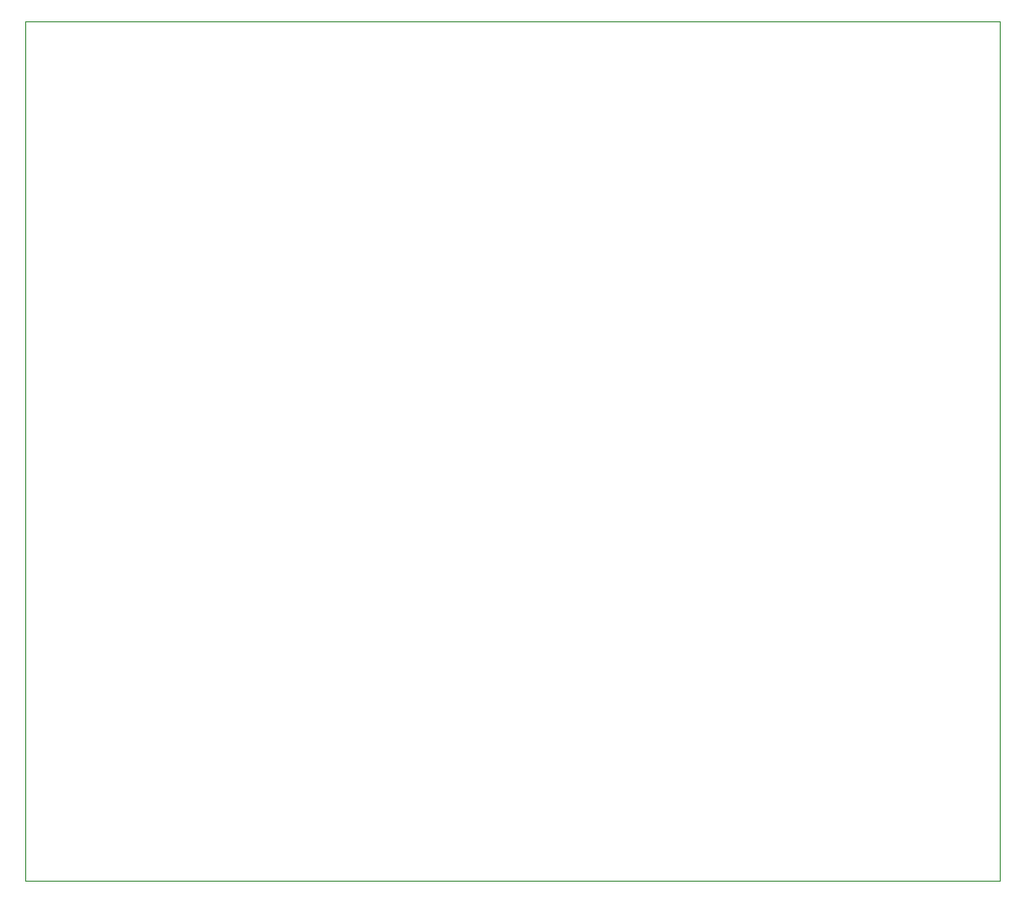
<source format=gbr>
%TF.GenerationSoftware,KiCad,Pcbnew,6.0.11+dfsg-1*%
%TF.CreationDate,2024-04-01T21:04:22+01:00*%
%TF.ProjectId,filestick-prototype,66696c65-7374-4696-936b-2d70726f746f,rev?*%
%TF.SameCoordinates,Original*%
%TF.FileFunction,Profile,NP*%
%FSLAX46Y46*%
G04 Gerber Fmt 4.6, Leading zero omitted, Abs format (unit mm)*
G04 Created by KiCad (PCBNEW 6.0.11+dfsg-1) date 2024-04-01 21:04:22*
%MOMM*%
%LPD*%
G01*
G04 APERTURE LIST*
%TA.AperFunction,Profile*%
%ADD10C,0.100000*%
%TD*%
G04 APERTURE END LIST*
D10*
X190000000Y-127000000D02*
X105000000Y-127000000D01*
X105000000Y-127000000D02*
X105000000Y-52000000D01*
X105000000Y-52000000D02*
X190000000Y-52000000D01*
X190000000Y-52000000D02*
X190000000Y-127000000D01*
M02*

</source>
